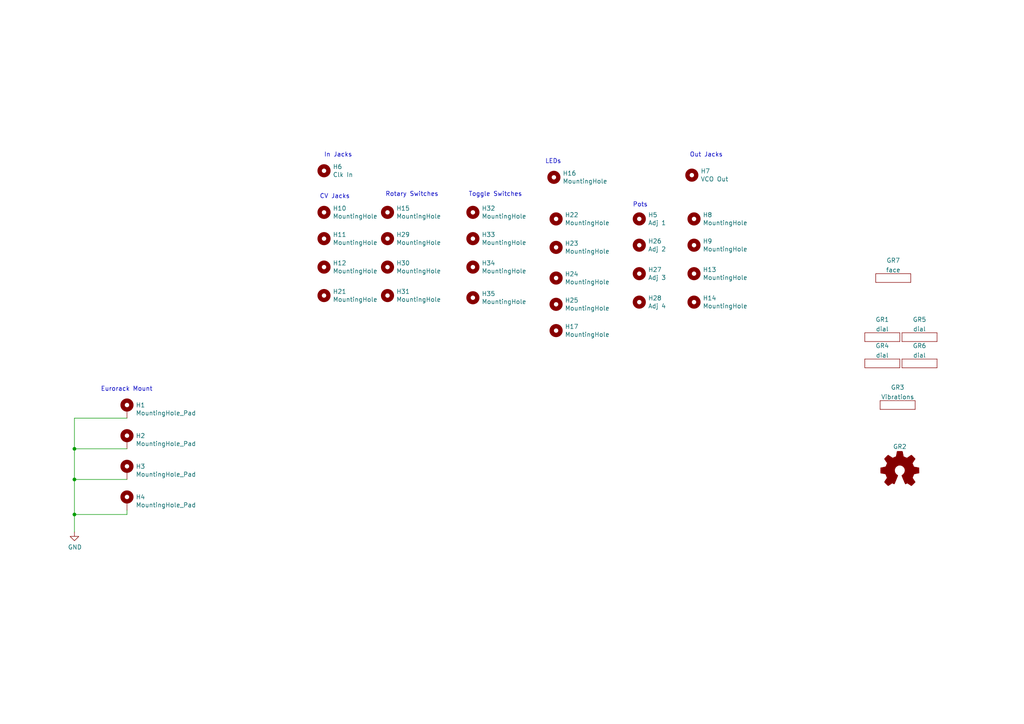
<source format=kicad_sch>
(kicad_sch (version 20231120) (generator "eeschema") (generator_version "8.0")
  (paper "A4")
  (title_block (title "Pipes Panel") (rev "1.1"))
  (lib_symbols
    (symbol "Graphic:Logo_Open_Hardware_Small" (pin_names (offset 1.016))
      (symbol "Logo_Open_Hardware_Small_0_1"
        (polyline (pts (xy 3.3528 -4.3434) (xy 3.302 -4.318) (xy 3.175 -4.2418) (xy 2.9972 -4.1148) (xy 2.7686 -3.9624) (xy 2.54 -3.81) (xy 2.3622 -3.7084) (xy 2.2352 -3.6068) (xy 2.1844 -3.5814) (xy 2.159 -3.6068) (xy 2.0574 -3.6576) (xy 1.905 -3.7338) (xy 1.8034 -3.7846) (xy 1.6764 -3.8354) (xy 1.6002 -3.8354) (xy 1.6002 -3.8354) (xy 1.5494 -3.7338) (xy 1.4732 -3.5306) (xy 1.3462 -3.302) (xy 1.2446 -3.0226) (xy 1.1176 -2.7178) (xy 0.9652 -2.413) (xy 0.8636 -2.1082) (xy 0.7366 -1.8288) (xy 0.6604 -1.6256) (xy 0.6096 -1.4732) (xy 0.5842 -1.397) (xy 0.5842 -1.397) (xy 0.6604 -1.3208) (xy 0.7874 -1.2446) (xy 1.0414 -1.016) (xy 1.2954 -0.6858) (xy 1.4478 -0.3302) (xy 1.524 0.0762) (xy 1.4732 0.4572) (xy 1.3208 0.8128) (xy 1.0668 1.143) (xy 0.762 1.3716) (xy 0.4064 1.524) (xy 0 1.5748) (xy -0.381 1.5494) (xy -0.7366 1.397) (xy -1.0668 1.143) (xy -1.2192 0.9906) (xy -1.397 0.6604) (xy -1.524 0.3048) (xy -1.524 0.2286) (xy -1.4986 -0.1778) (xy -1.397 -0.5334) (xy -1.1938 -0.8636) (xy -0.9144 -1.143) (xy -0.8636 -1.1684) (xy -0.7366 -1.27) (xy -0.635 -1.3462) (xy -0.5842 -1.397) (xy -1.0668 -2.5908) (xy -1.143 -2.794) (xy -1.2954 -3.1242) (xy -1.397 -3.4036) (xy -1.4986 -3.6322) (xy -1.5748 -3.7846) (xy -1.6002 -3.8354) (xy -1.6002 -3.8354) (xy -1.651 -3.8354) (xy -1.7272 -3.81) (xy -1.905 -3.7338) (xy -2.0066 -3.683) (xy -2.1336 -3.6068) (xy -2.2098 -3.5814) (xy -2.2606 -3.6068) (xy -2.3622 -3.683) (xy -2.54 -3.81) (xy -2.7686 -3.9624) (xy -2.9718 -4.0894) (xy -3.1496 -4.2164) (xy -3.302 -4.318) (xy -3.3528 -4.3434) (xy -3.3782 -4.3434) (xy -3.429 -4.318) (xy -3.5306 -4.2164) (xy -3.7084 -4.064) (xy -3.937 -3.8354) (xy -3.9624 -3.81) (xy -4.1656 -3.6068) (xy -4.318 -3.4544) (xy -4.4196 -3.3274) (xy -4.445 -3.2766) (xy -4.445 -3.2766) (xy -4.4196 -3.2258) (xy -4.318 -3.0734) (xy -4.2164 -2.8956) (xy -4.064 -2.667) (xy -3.6576 -2.0828) (xy -3.8862 -1.5494) (xy -3.937 -1.3716) (xy -4.0386 -1.1684) (xy -4.0894 -1.0414) (xy -4.1148 -0.9652) (xy -4.191 -0.9398) (xy -4.318 -0.9144) (xy -4.5466 -0.8636) (xy -4.8006 -0.8128) (xy -5.0546 -0.7874) (xy -5.2578 -0.7366) (xy -5.4356 -0.7112) (xy -5.5118 -0.6858) (xy -5.5118 -0.6858) (xy -5.5372 -0.635) (xy -5.5372 -0.5588) (xy -5.5372 -0.4318) (xy -5.5626 -0.2286) (xy -5.5626 0.0762) (xy -5.5626 0.127) (xy -5.5372 0.4064) (xy -5.5372 0.635) (xy -5.5372 0.762) (xy -5.5372 0.8382) (xy -5.5372 0.8382) (xy -5.461 0.8382) (xy -5.3086 0.889) (xy -5.08 0.9144) (xy -4.826 0.9652) (xy -4.8006 0.9906) (xy -4.5466 1.0414) (xy -4.318 1.0668) (xy -4.1656 1.1176) (xy -4.0894 1.143) (xy -4.0894 1.143) (xy -4.0386 1.2446) (xy -3.9624 1.4224) (xy -3.8608 1.6256) (xy -3.7846 1.8288) (xy -3.7084 2.0066) (xy -3.6576 2.159) (xy -3.6322 2.2098) (xy -3.6322 2.2098) (xy -3.683 2.286) (xy -3.7592 2.413) (xy -3.8862 2.5908) (xy -4.064 2.8194) (xy -4.064 2.8448) (xy -4.2164 3.0734) (xy -4.3434 3.2512) (xy -4.4196 3.3782) (xy -4.445 3.4544) (xy -4.445 3.4544) (xy -4.3942 3.5052) (xy -4.2926 3.6322) (xy -4.1148 3.81) (xy -3.937 4.0132) (xy -3.8608 4.064) (xy -3.6576 4.2926) (xy -3.5052 4.4196) (xy -3.4036 4.4958) (xy -3.3528 4.5212) (xy -3.3528 4.5212) (xy -3.302 4.4704) (xy -3.1496 4.3688) (xy -2.9718 4.2418) (xy -2.7432 4.0894) (xy -2.7178 4.0894) (xy -2.4892 3.937) (xy -2.3114 3.81) (xy -2.1844 3.7084) (xy -2.1336 3.683) (xy -2.1082 3.683) (xy -2.032 3.7084) (xy -1.8542 3.7592) (xy -1.6764 3.8354) (xy -1.4732 3.937) (xy -1.27 4.0132) (xy -1.143 4.064) (xy -1.0668 4.1148) (xy -1.0668 4.1148) (xy -1.0414 4.191) (xy -1.016 4.3434) (xy -0.9652 4.572) (xy -0.9144 4.8514) (xy -0.889 4.9022) (xy -0.8382 5.1562) (xy -0.8128 5.3848) (xy -0.7874 5.5372) (xy -0.762 5.588) (xy -0.7112 5.6134) (xy -0.5842 5.6134) (xy -0.4064 5.6134) (xy -0.1524 5.6134) (xy 0.0762 5.6134) (xy 0.3302 5.6134) (xy 0.5334 5.6134) (xy 0.6858 5.588) (xy 0.7366 5.588) (xy 0.7366 5.588) (xy 0.762 5.5118) (xy 0.8128 5.334) (xy 0.8382 5.1054) (xy 0.9144 4.826) (xy 0.9144 4.7752) (xy 0.9652 4.5212) (xy 1.016 4.2926) (xy 1.0414 4.1402) (xy 1.0668 4.0894) (xy 1.0668 4.0894) (xy 1.1938 4.0386) (xy 1.3716 3.9624) (xy 1.5748 3.8608) (xy 2.0828 3.6576) (xy 2.7178 4.0894) (xy 2.7686 4.1402) (xy 2.9972 4.2926) (xy 3.175 4.4196) (xy 3.302 4.4958) (xy 3.3782 4.5212) (xy 3.3782 4.5212) (xy 3.429 4.4704) (xy 3.556 4.3434) (xy 3.7338 4.191) (xy 3.9116 3.9878) (xy 4.064 3.8354) (xy 4.2418 3.6576) (xy 4.3434 3.556) (xy 4.4196 3.4798) (xy 4.4196 3.429) (xy 4.4196 3.4036) (xy 4.3942 3.3274) (xy 4.2926 3.2004) (xy 4.1656 2.9972) (xy 4.0132 2.794) (xy 3.8862 2.5908) (xy 3.7592 2.3876) (xy 3.6576 2.2352) (xy 3.6322 2.159) (xy 3.6322 2.1336) (xy 3.683 2.0066) (xy 3.7592 1.8288) (xy 3.8608 1.6002) (xy 4.064 1.1176) (xy 4.3942 1.0414) (xy 4.5974 1.016) (xy 4.8768 0.9652) (xy 5.1308 0.9144) (xy 5.5372 0.8382) (xy 5.5626 -0.6604) (xy 5.4864 -0.6858) (xy 5.4356 -0.6858) (xy 5.2832 -0.7366) (xy 5.0546 -0.762) (xy 4.8006 -0.8128) (xy 4.5974 -0.8636) (xy 4.3688 -0.9144) (xy 4.2164 -0.9398) (xy 4.1402 -0.9398) (xy 4.1148 -0.9652) (xy 4.064 -1.0668) (xy 3.9878 -1.2446) (xy 3.9116 -1.4478) (xy 3.81 -1.651) (xy 3.7338 -1.8542) (xy 3.683 -2.0066) (xy 3.6576 -2.0828) (xy 3.683 -2.1336) (xy 3.7846 -2.2606) (xy 3.8862 -2.4638) (xy 4.0386 -2.667) (xy 4.191 -2.8956) (xy 4.318 -3.0734) (xy 4.3942 -3.2004) (xy 4.445 -3.2766) (xy 4.4196 -3.3274) (xy 4.3434 -3.429) (xy 4.1656 -3.5814) (xy 3.937 -3.8354) (xy 3.8862 -3.8608) (xy 3.683 -4.064) (xy 3.5306 -4.2164) (xy 3.4036 -4.318) (xy 3.3528 -4.3434)) (fill (type outline)))
      )
    )
    (symbol "Mechanical:MountingHole" (pin_names (offset 1.016))
      (property "Reference" "H" (at 0 5.08 0))
      (property "Value" "MountingHole" (at 0 3.175 0))
      (symbol "MountingHole_0_1"
        (circle (center 0 0) (radius 1.27) (stroke (width 1.27)))
      )
    )
    (symbol "Mechanical:MountingHole_Pad" (pin_numbers hide) (pin_names (offset 1.016) hide)
      (property "Reference" "H" (at 0 6.35 0))
      (property "Value" "MountingHole_Pad" (at 0 4.445 0))
      (symbol "MountingHole_Pad_0_1"
        (circle (center 0 1.27) (radius 1.27) (stroke (width 1.27)))
      )
      (symbol "MountingHole_Pad_1_1"
        (pin input line (at 0 -2.54 90) (length 2.54) (name "1") (number "1"))
      )
    )
    (symbol "greenface-symbols:small_logo" (pin_numbers hide) (pin_names (offset 0) hide)
      (property "Reference" "GR" (at 0 -2.54 0))
      (property "Value" "small_logo" (at 0 0 0))
      (symbol "small_logo_0_1"
        (rectangle (start -5.08 -1.27) (end -5.08 1.27))
        (rectangle (start -5.08 1.27) (end 5.08 1.27))
        (rectangle (start 5.08 -1.27) (end -5.08 -1.27))
        (rectangle (start 5.08 1.27) (end 5.08 -1.27))
      )
    )
    (symbol "power:GND" (power) (pin_names (offset 0))
      (property "Value" "GND" (at 0 -3.81 0))
      (symbol "GND_0_1"
        (polyline (pts (xy 0 0) (xy 0 -1.27) (xy 1.27 -1.27) (xy 0 -2.54) (xy -1.27 -1.27) (xy 0 -1.27)))
      )
      (symbol "GND_1_1"
        (pin power_in line (at 0 0 270) (length 0) hide (name "GND") (number "1"))
      )
    )
  )
  (junction (at 21.59 130.175))
  (junction (at 21.59 149.225))
  (junction (at 21.59 139.065))
  (wire (pts (xy 21.59 139.065) (xy 21.59 130.175)))
  (wire (pts (xy 21.59 121.285) (xy 36.83 121.285)))
  (wire (pts (xy 21.59 139.065) (xy 36.83 139.065)))
  (wire (pts (xy 21.59 154.305) (xy 21.59 149.225)))
  (wire (pts (xy 21.59 130.175) (xy 21.59 121.285)))
  (wire (pts (xy 36.83 149.225) (xy 21.59 149.225)))
  (wire (pts (xy 36.83 149.225) (xy 36.83 147.955)))
  (wire (pts (xy 21.59 130.175) (xy 36.83 130.175)))
  (wire (pts (xy 21.59 149.225) (xy 21.59 139.065)))
  (text "Pots" (at 183.515 60.198 0) (effects (font (size 1.27 1.27)) (justify left bottom)))
  (text "CV Jacks" (at 92.71 57.785 0) (effects (font (size 1.27 1.27)) (justify left bottom)))
  (text "LEDs" (at 158.115 47.625 0) (effects (font (size 1.27 1.27)) (justify left bottom)))
  (text "Toggle Switches" (at 135.89 57.15 0) (effects (font (size 1.27 1.27)) (justify left bottom)))
  (text "In Jacks" (at 93.98 45.72 0) (effects (font (size 1.27 1.27)) (justify left bottom)))
  (text "Eurorack Mount" (at 29.21 113.665 0) (effects (font (size 1.27 1.27)) (justify left bottom)))
  (text "Rotary Switches" (at 111.76 57.15 0) (effects (font (size 1.27 1.27)) (justify left bottom)))
  (text "Out Jacks" (at 200.025 45.72 0) (effects (font (size 1.27 1.27)) (justify left bottom)))
  (symbol (lib_id "Mechanical:MountingHole") (at 137.16 61.595 0) (unit 1)
    (property "Reference" "H32" (at 139.7 60.4266 0) (effects (justify left)))
    (property "Value" "MountingHole" (at 139.7 62.738 0) (effects (justify left)))
    (property "Footprint" "panel:tog_spst" (effects (hide yes)))
  )
  (symbol (lib_id "Mechanical:MountingHole") (at 93.98 77.47 0) (unit 1)
    (property "Reference" "H12" (at 96.52 76.3016 0) (effects (justify left)))
    (property "Value" "MountingHole" (at 96.52 78.613 0) (effects (justify left)))
    (property "Footprint" "panel:Jack_3.5mm_QingPu_WQP-PJ398SM_Vertical" (effects (hide yes)))
  )
  (symbol (lib_id "greenface-symbols:small_logo") (at 255.905 105.41 0) (unit 1)
    (property "Reference" "GR4" (at 255.905 100.3005 0))
    (property "Value" "dial" (at 255.905 103.0756 0))
    (property "Footprint" "panel:dial2" (effects (hide yes)))
  )
  (symbol (lib_id "Mechanical:MountingHole") (at 93.98 85.725 0) (unit 1)
    (property "Reference" "H21" (at 96.52 84.5566 0) (effects (justify left)))
    (property "Value" "MountingHole" (at 96.52 86.868 0) (effects (justify left)))
    (property "Footprint" "panel:Jack_3.5mm_QingPu_WQP-PJ398SM_Vertical" (effects (hide yes)))
  )
  (symbol (lib_id "Mechanical:MountingHole") (at 185.42 71.12 0) (unit 1)
    (property "Reference" "H26" (at 187.96 69.9516 0) (effects (justify left)))
    (property "Value" "Adj 2" (at 187.96 72.263 0) (effects (justify left)))
    (property "Footprint" "panel:Potentiometer_Bourns_PTV09A-1_Single_Vertical" (effects (hide yes)))
  )
  (symbol (lib_id "Graphic:Logo_Open_Hardware_Small") (at 260.985 136.525 0) (unit 1)
    (property "Reference" "GR2" (at 260.985 129.54 0))
    (property "Value" "Logo_Open_Hardware_Small" (effects (hide yes)))
    (property "Footprint" "Symbol:OSHW-Logo_5.7x6mm_SilkScreen" (effects (hide yes)))
  )
  (symbol (lib_id "Mechanical:MountingHole") (at 137.16 69.215 0) (unit 1)
    (property "Reference" "H33" (at 139.7 68.0466 0) (effects (justify left)))
    (property "Value" "MountingHole" (at 139.7 70.358 0) (effects (justify left)))
    (property "Footprint" "panel:tog_spst" (effects (hide yes)))
  )
  (symbol (lib_id "Mechanical:MountingHole") (at 112.395 61.595 0) (unit 1)
    (property "Reference" "H15" (at 114.935 60.4266 0) (effects (justify left)))
    (property "Value" "MountingHole" (at 114.935 62.738 0) (effects (justify left)))
    (property "Footprint" "panel:adafruit_rotary8" (effects (hide yes)))
  )
  (symbol (lib_id "Mechanical:MountingHole") (at 161.29 80.645 0) (unit 1)
    (property "Reference" "H24" (at 163.83 79.4766 0) (effects (justify left)))
    (property "Value" "MountingHole" (at 163.83 81.788 0) (effects (justify left)))
    (property "Footprint" "panel:3mmLED" (effects (hide yes)))
  )
  (symbol (lib_id "greenface-symbols:small_logo") (at 266.7 97.79 0) (unit 1)
    (property "Reference" "GR5" (at 266.7 92.6805 0))
    (property "Value" "dial" (at 266.7 95.4556 0))
    (property "Footprint" "panel:dial2" (effects (hide yes)))
  )
  (symbol (lib_id "Mechanical:MountingHole_Pad") (at 36.83 118.745 0) (unit 1)
    (property "Reference" "H1" (at 39.37 117.5004 0) (effects (justify left)))
    (property "Value" "MountingHole_Pad" (at 39.37 119.8118 0) (effects (justify left)))
    (property "Footprint" "panel:MountingHole_3.2mm_M3_Slot" (effects (hide yes)))
  )
  (symbol (lib_id "Mechanical:MountingHole") (at 93.98 61.595 0) (unit 1)
    (property "Reference" "H10" (at 96.52 60.4266 0) (effects (justify left)))
    (property "Value" "MountingHole" (at 96.52 62.738 0) (effects (justify left)))
    (property "Footprint" "panel:Jack_3.5mm_QingPu_WQP-PJ398SM_Vertical" (effects (hide yes)))
  )
  (symbol (lib_id "Mechanical:MountingHole_Pad") (at 36.83 145.415 0) (unit 1)
    (property "Reference" "H4" (at 39.37 144.1704 0) (effects (justify left)))
    (property "Value" "MountingHole_Pad" (at 39.37 146.4818 0) (effects (justify left)))
    (property "Footprint" "panel:MountingHole_3.2mm_M3_Slot" (effects (hide yes)))
  )
  (symbol (lib_id "Mechanical:MountingHole") (at 137.16 77.47 0) (unit 1)
    (property "Reference" "H34" (at 139.7 76.3016 0) (effects (justify left)))
    (property "Value" "MountingHole" (at 139.7 78.613 0) (effects (justify left)))
    (property "Footprint" "panel:tog_spst" (effects (hide yes)))
  )
  (symbol (lib_id "Mechanical:MountingHole") (at 201.295 63.5 0) (unit 1)
    (property "Reference" "H8" (at 203.835 62.3316 0) (effects (justify left)))
    (property "Value" "MountingHole" (at 203.835 64.643 0) (effects (justify left)))
    (property "Footprint" "panel:Jack_3.5mm_QingPu_WQP-PJ398SM_Vertical" (effects (hide yes)))
  )
  (symbol (lib_id "Mechanical:MountingHole") (at 201.295 79.375 0) (unit 1)
    (property "Reference" "H13" (at 203.835 78.2066 0) (effects (justify left)))
    (property "Value" "MountingHole" (at 203.835 80.518 0) (effects (justify left)))
    (property "Footprint" "panel:Jack_3.5mm_QingPu_WQP-PJ398SM_Vertical" (effects (hide yes)))
  )
  (symbol (lib_id "Mechanical:MountingHole") (at 185.42 87.63 0) (unit 1)
    (property "Reference" "H28" (at 187.96 86.4616 0) (effects (justify left)))
    (property "Value" "Adj 4" (at 187.96 88.773 0) (effects (justify left)))
    (property "Footprint" "panel:Potentiometer_Bourns_PTV09A-1_Single_Vertical" (effects (hide yes)))
  )
  (symbol (lib_id "Mechanical:MountingHole") (at 112.395 85.725 0) (unit 1)
    (property "Reference" "H31" (at 114.935 84.5566 0) (effects (justify left)))
    (property "Value" "MountingHole" (at 114.935 86.868 0) (effects (justify left)))
    (property "Footprint" "panel:adafruit_rotary8" (effects (hide yes)))
  )
  (symbol (lib_id "Mechanical:MountingHole") (at 112.395 69.215 0) (unit 1)
    (property "Reference" "H29" (at 114.935 68.0466 0) (effects (justify left)))
    (property "Value" "MountingHole" (at 114.935 70.358 0) (effects (justify left)))
    (property "Footprint" "panel:adafruit_rotary8" (effects (hide yes)))
  )
  (symbol (lib_id "Mechanical:MountingHole") (at 185.42 79.375 0) (unit 1)
    (property "Reference" "H27" (at 187.96 78.2066 0) (effects (justify left)))
    (property "Value" "Adj 3" (at 187.96 80.518 0) (effects (justify left)))
    (property "Footprint" "panel:Potentiometer_Bourns_PTV09A-1_Single_Vertical" (effects (hide yes)))
  )
  (symbol (lib_id "Mechanical:MountingHole_Pad") (at 36.83 127.635 0) (unit 1)
    (property "Reference" "H2" (at 39.37 126.3904 0) (effects (justify left)))
    (property "Value" "MountingHole_Pad" (at 39.37 128.7018 0) (effects (justify left)))
    (property "Footprint" "panel:MountingHole_3.2mm_M3_Slot" (effects (hide yes)))
  )
  (symbol (lib_id "Mechanical:MountingHole") (at 160.655 51.435 0) (unit 1)
    (property "Reference" "H16" (at 163.195 50.2666 0) (effects (justify left)))
    (property "Value" "MountingHole" (at 163.195 52.578 0) (effects (justify left)))
    (property "Footprint" "panel:3mmLED" (effects (hide yes)))
  )
  (symbol (lib_id "greenface-symbols:small_logo") (at 255.905 97.79 0) (unit 1)
    (property "Reference" "GR1" (at 255.905 92.6805 0))
    (property "Value" "dial" (at 255.905 95.4556 0))
    (property "Footprint" "panel:dial2" (effects (hide yes)))
  )
  (symbol (lib_id "Mechanical:MountingHole") (at 93.98 49.53 0) (unit 1)
    (property "Reference" "H6" (at 96.52 48.3616 0) (effects (justify left)))
    (property "Value" "Clk In" (at 96.52 50.673 0) (effects (justify left)))
    (property "Footprint" "panel:Jack_3.5mm_QingPu_WQP-PJ398SM_Vertical" (effects (hide yes)))
  )
  (symbol (lib_id "greenface-symbols:small_logo") (at 259.08 80.645 0) (unit 1) (on_board no)
    (property "Reference" "GR7" (at 259.08 75.5355 0))
    (property "Value" "face" (at 259.08 78.3106 0))
    (property "Footprint" "panel:small_face" (effects (hide yes)))
  )
  (symbol (lib_id "Mechanical:MountingHole") (at 185.42 63.5 0) (unit 1)
    (property "Reference" "H5" (at 187.96 62.3316 0) (effects (justify left)))
    (property "Value" "Adj 1" (at 187.96 64.643 0) (effects (justify left)))
    (property "Footprint" "panel:Potentiometer_Bourns_PTV09A-1_Single_Vertical" (effects (hide yes)))
  )
  (symbol (lib_id "greenface-symbols:small_logo") (at 260.35 117.475 0) (unit 1)
    (property "Reference" "GR3" (at 260.35 112.3655 0))
    (property "Value" "Vibrations" (at 260.35 115.1406 0))
    (property "Footprint" "panel:vib" (effects (hide yes)))
  )
  (symbol (lib_id "Mechanical:MountingHole") (at 161.29 63.5 0) (unit 1)
    (property "Reference" "H22" (at 163.83 62.3316 0) (effects (justify left)))
    (property "Value" "MountingHole" (at 163.83 64.643 0) (effects (justify left)))
    (property "Footprint" "panel:3mmLED" (effects (hide yes)))
  )
  (symbol (lib_id "Mechanical:MountingHole") (at 201.295 87.63 0) (unit 1)
    (property "Reference" "H14" (at 203.835 86.4616 0) (effects (justify left)))
    (property "Value" "MountingHole" (at 203.835 88.773 0) (effects (justify left)))
    (property "Footprint" "panel:Jack_3.5mm_QingPu_WQP-PJ398SM_Vertical" (effects (hide yes)))
  )
  (symbol (lib_id "Mechanical:MountingHole") (at 161.29 88.265 0) (unit 1)
    (property "Reference" "H25" (at 163.83 87.0966 0) (effects (justify left)))
    (property "Value" "MountingHole" (at 163.83 89.408 0) (effects (justify left)))
    (property "Footprint" "panel:3mmLED" (effects (hide yes)))
  )
  (symbol (lib_id "Mechanical:MountingHole") (at 200.66 50.8 0) (unit 1)
    (property "Reference" "H7" (at 203.2 49.6316 0) (effects (justify left)))
    (property "Value" "VCO Out" (at 203.2 51.943 0) (effects (justify left)))
    (property "Footprint" "panel:Jack_3.5mm_QingPu_WQP-PJ398SM_Vertical" (effects (hide yes)))
  )
  (symbol (lib_id "Mechanical:MountingHole") (at 112.395 77.47 0) (unit 1)
    (property "Reference" "H30" (at 114.935 76.3016 0) (effects (justify left)))
    (property "Value" "MountingHole" (at 114.935 78.613 0) (effects (justify left)))
    (property "Footprint" "panel:adafruit_rotary8" (effects (hide yes)))
  )
  (symbol (lib_id "Mechanical:MountingHole") (at 161.29 95.885 0) (unit 1)
    (property "Reference" "H17" (at 163.83 94.7166 0) (effects (justify left)))
    (property "Value" "MountingHole" (at 163.83 97.028 0) (effects (justify left)))
    (property "Footprint" "panel:3mmLED" (effects (hide yes)))
  )
  (symbol (lib_id "Mechanical:MountingHole") (at 161.29 71.755 0) (unit 1)
    (property "Reference" "H23" (at 163.83 70.5866 0) (effects (justify left)))
    (property "Value" "MountingHole" (at 163.83 72.898 0) (effects (justify left)))
    (property "Footprint" "panel:3mmLED" (effects (hide yes)))
  )
  (symbol (lib_id "greenface-symbols:small_logo") (at 266.7 105.41 0) (unit 1)
    (property "Reference" "GR6" (at 266.7 100.3005 0))
    (property "Value" "dial" (at 266.7 103.0756 0))
    (property "Footprint" "panel:dial2" (effects (hide yes)))
  )
  (symbol (lib_id "Mechanical:MountingHole") (at 201.295 71.12 0) (unit 1)
    (property "Reference" "H9" (at 203.835 69.9516 0) (effects (justify left)))
    (property "Value" "MountingHole" (at 203.835 72.263 0) (effects (justify left)))
    (property "Footprint" "panel:Jack_3.5mm_QingPu_WQP-PJ398SM_Vertical" (effects (hide yes)))
  )
  (symbol (lib_id "Mechanical:MountingHole_Pad") (at 36.83 136.525 0) (unit 1)
    (property "Reference" "H3" (at 39.37 135.2804 0) (effects (justify left)))
    (property "Value" "MountingHole_Pad" (at 39.37 137.5918 0) (effects (justify left)))
    (property "Footprint" "panel:MountingHole_3.2mm_M3_Slot" (effects (hide yes)))
  )
  (symbol (lib_id "power:GND") (at 21.59 154.305 0) (unit 1)
    (property "Reference" "#PWR01" (effects (hide yes)))
    (property "Value" "GND" (at 21.717 158.6992 0))
  )
  (symbol (lib_id "Mechanical:MountingHole") (at 93.98 69.215 0) (unit 1)
    (property "Reference" "H11" (at 96.52 68.0466 0) (effects (justify left)))
    (property "Value" "MountingHole" (at 96.52 70.358 0) (effects (justify left)))
    (property "Footprint" "panel:Jack_3.5mm_QingPu_WQP-PJ398SM_Vertical" (effects (hide yes)))
  )
  (symbol (lib_id "Mechanical:MountingHole") (at 137.16 86.36 0) (unit 1)
    (property "Reference" "H35" (at 139.7 85.1916 0) (effects (justify left)))
    (property "Value" "MountingHole" (at 139.7 87.503 0) (effects (justify left)))
    (property "Footprint" "panel:tog_spst" (effects (hide yes)))
  )
)
</source>
